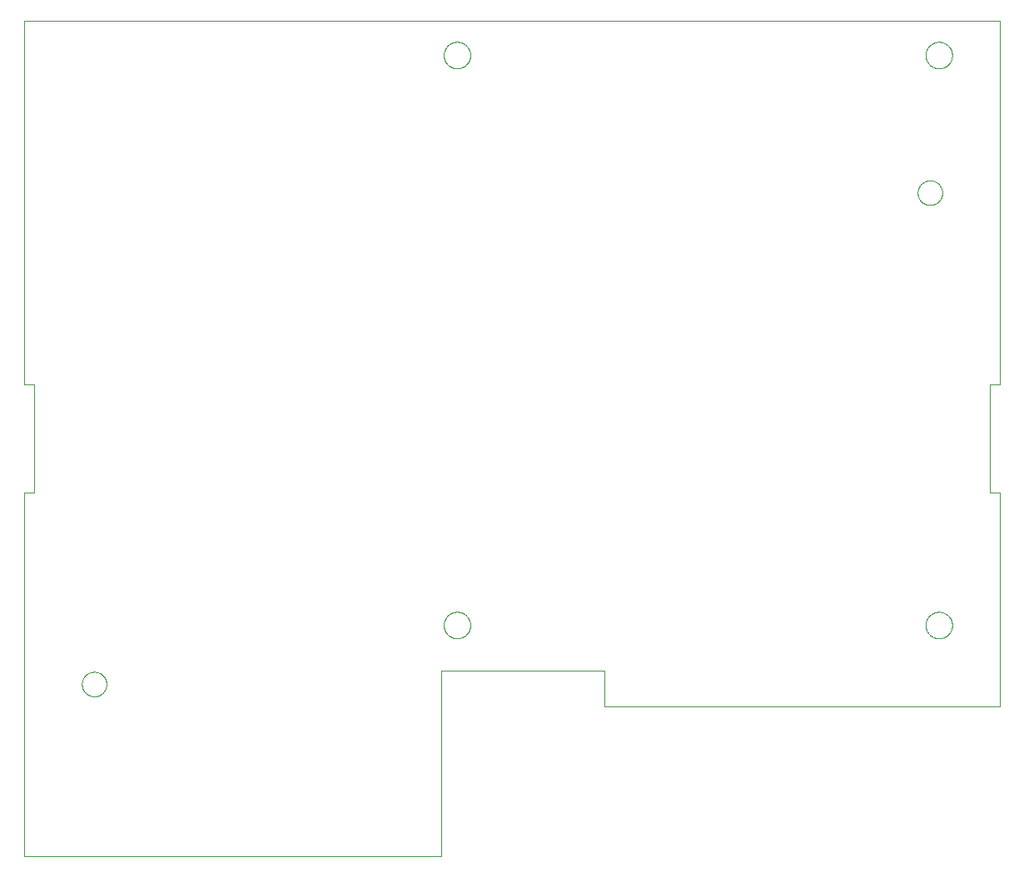
<source format=gtp>
G75*
%MOIN*%
%OFA0B0*%
%FSLAX25Y25*%
%IPPOS*%
%LPD*%
%AMOC8*
5,1,8,0,0,1.08239X$1,22.5*
%
%ADD10C,0.00000*%
D10*
X0013297Y0027187D02*
X0013297Y0172857D01*
X0017234Y0172857D01*
X0017234Y0216164D01*
X0013297Y0216164D01*
X0013297Y0361833D01*
X0403848Y0361833D01*
X0403848Y0216164D01*
X0399911Y0216164D01*
X0399911Y0172857D01*
X0403848Y0172857D01*
X0403848Y0087030D01*
X0245600Y0087030D01*
X0245600Y0101400D01*
X0180226Y0101400D01*
X0180226Y0027187D01*
X0013297Y0027187D01*
X0036328Y0096085D02*
X0036330Y0096225D01*
X0036336Y0096365D01*
X0036346Y0096504D01*
X0036360Y0096643D01*
X0036378Y0096782D01*
X0036399Y0096920D01*
X0036425Y0097058D01*
X0036455Y0097195D01*
X0036488Y0097330D01*
X0036526Y0097465D01*
X0036567Y0097599D01*
X0036612Y0097732D01*
X0036660Y0097863D01*
X0036713Y0097992D01*
X0036769Y0098121D01*
X0036828Y0098247D01*
X0036892Y0098372D01*
X0036958Y0098495D01*
X0037029Y0098616D01*
X0037102Y0098735D01*
X0037179Y0098852D01*
X0037260Y0098966D01*
X0037343Y0099078D01*
X0037430Y0099188D01*
X0037520Y0099296D01*
X0037612Y0099400D01*
X0037708Y0099502D01*
X0037807Y0099602D01*
X0037908Y0099698D01*
X0038012Y0099792D01*
X0038119Y0099882D01*
X0038228Y0099969D01*
X0038340Y0100054D01*
X0038454Y0100135D01*
X0038570Y0100213D01*
X0038688Y0100287D01*
X0038809Y0100358D01*
X0038931Y0100426D01*
X0039056Y0100490D01*
X0039182Y0100551D01*
X0039309Y0100608D01*
X0039439Y0100661D01*
X0039570Y0100711D01*
X0039702Y0100756D01*
X0039835Y0100799D01*
X0039970Y0100837D01*
X0040105Y0100871D01*
X0040242Y0100902D01*
X0040379Y0100929D01*
X0040517Y0100951D01*
X0040656Y0100970D01*
X0040795Y0100985D01*
X0040934Y0100996D01*
X0041074Y0101003D01*
X0041214Y0101006D01*
X0041354Y0101005D01*
X0041494Y0101000D01*
X0041633Y0100991D01*
X0041773Y0100978D01*
X0041912Y0100961D01*
X0042050Y0100940D01*
X0042188Y0100916D01*
X0042325Y0100887D01*
X0042461Y0100855D01*
X0042596Y0100818D01*
X0042730Y0100778D01*
X0042863Y0100734D01*
X0042994Y0100686D01*
X0043124Y0100635D01*
X0043253Y0100580D01*
X0043380Y0100521D01*
X0043505Y0100458D01*
X0043628Y0100393D01*
X0043750Y0100323D01*
X0043869Y0100250D01*
X0043987Y0100174D01*
X0044102Y0100095D01*
X0044215Y0100012D01*
X0044325Y0099926D01*
X0044433Y0099837D01*
X0044538Y0099745D01*
X0044641Y0099650D01*
X0044741Y0099552D01*
X0044838Y0099452D01*
X0044932Y0099348D01*
X0045024Y0099242D01*
X0045112Y0099134D01*
X0045197Y0099023D01*
X0045279Y0098909D01*
X0045358Y0098793D01*
X0045433Y0098676D01*
X0045505Y0098556D01*
X0045573Y0098434D01*
X0045638Y0098310D01*
X0045700Y0098184D01*
X0045758Y0098057D01*
X0045812Y0097928D01*
X0045863Y0097797D01*
X0045909Y0097665D01*
X0045952Y0097532D01*
X0045992Y0097398D01*
X0046027Y0097263D01*
X0046059Y0097126D01*
X0046086Y0096989D01*
X0046110Y0096851D01*
X0046130Y0096713D01*
X0046146Y0096574D01*
X0046158Y0096434D01*
X0046166Y0096295D01*
X0046170Y0096155D01*
X0046170Y0096015D01*
X0046166Y0095875D01*
X0046158Y0095736D01*
X0046146Y0095596D01*
X0046130Y0095457D01*
X0046110Y0095319D01*
X0046086Y0095181D01*
X0046059Y0095044D01*
X0046027Y0094907D01*
X0045992Y0094772D01*
X0045952Y0094638D01*
X0045909Y0094505D01*
X0045863Y0094373D01*
X0045812Y0094242D01*
X0045758Y0094113D01*
X0045700Y0093986D01*
X0045638Y0093860D01*
X0045573Y0093736D01*
X0045505Y0093614D01*
X0045433Y0093494D01*
X0045358Y0093377D01*
X0045279Y0093261D01*
X0045197Y0093147D01*
X0045112Y0093036D01*
X0045024Y0092928D01*
X0044932Y0092822D01*
X0044838Y0092718D01*
X0044741Y0092618D01*
X0044641Y0092520D01*
X0044538Y0092425D01*
X0044433Y0092333D01*
X0044325Y0092244D01*
X0044215Y0092158D01*
X0044102Y0092075D01*
X0043987Y0091996D01*
X0043869Y0091920D01*
X0043750Y0091847D01*
X0043628Y0091777D01*
X0043505Y0091712D01*
X0043380Y0091649D01*
X0043253Y0091590D01*
X0043124Y0091535D01*
X0042994Y0091484D01*
X0042863Y0091436D01*
X0042730Y0091392D01*
X0042596Y0091352D01*
X0042461Y0091315D01*
X0042325Y0091283D01*
X0042188Y0091254D01*
X0042050Y0091230D01*
X0041912Y0091209D01*
X0041773Y0091192D01*
X0041633Y0091179D01*
X0041494Y0091170D01*
X0041354Y0091165D01*
X0041214Y0091164D01*
X0041074Y0091167D01*
X0040934Y0091174D01*
X0040795Y0091185D01*
X0040656Y0091200D01*
X0040517Y0091219D01*
X0040379Y0091241D01*
X0040242Y0091268D01*
X0040105Y0091299D01*
X0039970Y0091333D01*
X0039835Y0091371D01*
X0039702Y0091414D01*
X0039570Y0091459D01*
X0039439Y0091509D01*
X0039309Y0091562D01*
X0039182Y0091619D01*
X0039056Y0091680D01*
X0038931Y0091744D01*
X0038809Y0091812D01*
X0038688Y0091883D01*
X0038570Y0091957D01*
X0038454Y0092035D01*
X0038340Y0092116D01*
X0038228Y0092201D01*
X0038119Y0092288D01*
X0038012Y0092378D01*
X0037908Y0092472D01*
X0037807Y0092568D01*
X0037708Y0092668D01*
X0037612Y0092770D01*
X0037520Y0092874D01*
X0037430Y0092982D01*
X0037343Y0093092D01*
X0037260Y0093204D01*
X0037179Y0093318D01*
X0037102Y0093435D01*
X0037029Y0093554D01*
X0036958Y0093675D01*
X0036892Y0093798D01*
X0036828Y0093923D01*
X0036769Y0094049D01*
X0036713Y0094178D01*
X0036660Y0094307D01*
X0036612Y0094438D01*
X0036567Y0094571D01*
X0036526Y0094705D01*
X0036488Y0094840D01*
X0036455Y0094975D01*
X0036425Y0095112D01*
X0036399Y0095250D01*
X0036378Y0095388D01*
X0036360Y0095527D01*
X0036346Y0095666D01*
X0036336Y0095805D01*
X0036330Y0095945D01*
X0036328Y0096085D01*
X0181210Y0119707D02*
X0181212Y0119852D01*
X0181218Y0119997D01*
X0181228Y0120142D01*
X0181242Y0120287D01*
X0181260Y0120431D01*
X0181281Y0120574D01*
X0181307Y0120717D01*
X0181336Y0120859D01*
X0181370Y0121001D01*
X0181407Y0121141D01*
X0181448Y0121280D01*
X0181493Y0121418D01*
X0181542Y0121555D01*
X0181594Y0121691D01*
X0181650Y0121825D01*
X0181710Y0121957D01*
X0181773Y0122088D01*
X0181840Y0122216D01*
X0181910Y0122344D01*
X0181984Y0122469D01*
X0182061Y0122592D01*
X0182141Y0122712D01*
X0182225Y0122831D01*
X0182312Y0122947D01*
X0182402Y0123061D01*
X0182495Y0123173D01*
X0182591Y0123281D01*
X0182691Y0123387D01*
X0182792Y0123491D01*
X0182897Y0123591D01*
X0183005Y0123689D01*
X0183115Y0123784D01*
X0183227Y0123875D01*
X0183342Y0123964D01*
X0183460Y0124049D01*
X0183580Y0124131D01*
X0183702Y0124210D01*
X0183826Y0124286D01*
X0183952Y0124358D01*
X0184080Y0124426D01*
X0184210Y0124491D01*
X0184341Y0124553D01*
X0184474Y0124610D01*
X0184609Y0124665D01*
X0184745Y0124715D01*
X0184883Y0124762D01*
X0185021Y0124805D01*
X0185161Y0124844D01*
X0185302Y0124879D01*
X0185444Y0124911D01*
X0185586Y0124938D01*
X0185729Y0124962D01*
X0185873Y0124982D01*
X0186018Y0124998D01*
X0186162Y0125010D01*
X0186307Y0125018D01*
X0186452Y0125022D01*
X0186598Y0125022D01*
X0186743Y0125018D01*
X0186888Y0125010D01*
X0187032Y0124998D01*
X0187177Y0124982D01*
X0187321Y0124962D01*
X0187464Y0124938D01*
X0187606Y0124911D01*
X0187748Y0124879D01*
X0187889Y0124844D01*
X0188029Y0124805D01*
X0188167Y0124762D01*
X0188305Y0124715D01*
X0188441Y0124665D01*
X0188576Y0124610D01*
X0188709Y0124553D01*
X0188840Y0124491D01*
X0188970Y0124426D01*
X0189098Y0124358D01*
X0189224Y0124286D01*
X0189348Y0124210D01*
X0189470Y0124131D01*
X0189590Y0124049D01*
X0189708Y0123964D01*
X0189823Y0123875D01*
X0189935Y0123784D01*
X0190045Y0123689D01*
X0190153Y0123591D01*
X0190258Y0123491D01*
X0190359Y0123387D01*
X0190459Y0123281D01*
X0190555Y0123173D01*
X0190648Y0123061D01*
X0190738Y0122947D01*
X0190825Y0122831D01*
X0190909Y0122712D01*
X0190989Y0122592D01*
X0191066Y0122469D01*
X0191140Y0122344D01*
X0191210Y0122216D01*
X0191277Y0122088D01*
X0191340Y0121957D01*
X0191400Y0121825D01*
X0191456Y0121691D01*
X0191508Y0121555D01*
X0191557Y0121418D01*
X0191602Y0121280D01*
X0191643Y0121141D01*
X0191680Y0121001D01*
X0191714Y0120859D01*
X0191743Y0120717D01*
X0191769Y0120574D01*
X0191790Y0120431D01*
X0191808Y0120287D01*
X0191822Y0120142D01*
X0191832Y0119997D01*
X0191838Y0119852D01*
X0191840Y0119707D01*
X0191838Y0119562D01*
X0191832Y0119417D01*
X0191822Y0119272D01*
X0191808Y0119127D01*
X0191790Y0118983D01*
X0191769Y0118840D01*
X0191743Y0118697D01*
X0191714Y0118555D01*
X0191680Y0118413D01*
X0191643Y0118273D01*
X0191602Y0118134D01*
X0191557Y0117996D01*
X0191508Y0117859D01*
X0191456Y0117723D01*
X0191400Y0117589D01*
X0191340Y0117457D01*
X0191277Y0117326D01*
X0191210Y0117198D01*
X0191140Y0117070D01*
X0191066Y0116945D01*
X0190989Y0116822D01*
X0190909Y0116702D01*
X0190825Y0116583D01*
X0190738Y0116467D01*
X0190648Y0116353D01*
X0190555Y0116241D01*
X0190459Y0116133D01*
X0190359Y0116027D01*
X0190258Y0115923D01*
X0190153Y0115823D01*
X0190045Y0115725D01*
X0189935Y0115630D01*
X0189823Y0115539D01*
X0189708Y0115450D01*
X0189590Y0115365D01*
X0189470Y0115283D01*
X0189348Y0115204D01*
X0189224Y0115128D01*
X0189098Y0115056D01*
X0188970Y0114988D01*
X0188840Y0114923D01*
X0188709Y0114861D01*
X0188576Y0114804D01*
X0188441Y0114749D01*
X0188305Y0114699D01*
X0188167Y0114652D01*
X0188029Y0114609D01*
X0187889Y0114570D01*
X0187748Y0114535D01*
X0187606Y0114503D01*
X0187464Y0114476D01*
X0187321Y0114452D01*
X0187177Y0114432D01*
X0187032Y0114416D01*
X0186888Y0114404D01*
X0186743Y0114396D01*
X0186598Y0114392D01*
X0186452Y0114392D01*
X0186307Y0114396D01*
X0186162Y0114404D01*
X0186018Y0114416D01*
X0185873Y0114432D01*
X0185729Y0114452D01*
X0185586Y0114476D01*
X0185444Y0114503D01*
X0185302Y0114535D01*
X0185161Y0114570D01*
X0185021Y0114609D01*
X0184883Y0114652D01*
X0184745Y0114699D01*
X0184609Y0114749D01*
X0184474Y0114804D01*
X0184341Y0114861D01*
X0184210Y0114923D01*
X0184080Y0114988D01*
X0183952Y0115056D01*
X0183826Y0115128D01*
X0183702Y0115204D01*
X0183580Y0115283D01*
X0183460Y0115365D01*
X0183342Y0115450D01*
X0183227Y0115539D01*
X0183115Y0115630D01*
X0183005Y0115725D01*
X0182897Y0115823D01*
X0182792Y0115923D01*
X0182691Y0116027D01*
X0182591Y0116133D01*
X0182495Y0116241D01*
X0182402Y0116353D01*
X0182312Y0116467D01*
X0182225Y0116583D01*
X0182141Y0116702D01*
X0182061Y0116822D01*
X0181984Y0116945D01*
X0181910Y0117070D01*
X0181840Y0117198D01*
X0181773Y0117326D01*
X0181710Y0117457D01*
X0181650Y0117589D01*
X0181594Y0117723D01*
X0181542Y0117859D01*
X0181493Y0117996D01*
X0181448Y0118134D01*
X0181407Y0118273D01*
X0181370Y0118413D01*
X0181336Y0118555D01*
X0181307Y0118697D01*
X0181281Y0118840D01*
X0181260Y0118983D01*
X0181242Y0119127D01*
X0181228Y0119272D01*
X0181218Y0119417D01*
X0181212Y0119562D01*
X0181210Y0119707D01*
X0370974Y0292935D02*
X0370976Y0293075D01*
X0370982Y0293215D01*
X0370992Y0293354D01*
X0371006Y0293493D01*
X0371024Y0293632D01*
X0371045Y0293770D01*
X0371071Y0293908D01*
X0371101Y0294045D01*
X0371134Y0294180D01*
X0371172Y0294315D01*
X0371213Y0294449D01*
X0371258Y0294582D01*
X0371306Y0294713D01*
X0371359Y0294842D01*
X0371415Y0294971D01*
X0371474Y0295097D01*
X0371538Y0295222D01*
X0371604Y0295345D01*
X0371675Y0295466D01*
X0371748Y0295585D01*
X0371825Y0295702D01*
X0371906Y0295816D01*
X0371989Y0295928D01*
X0372076Y0296038D01*
X0372166Y0296146D01*
X0372258Y0296250D01*
X0372354Y0296352D01*
X0372453Y0296452D01*
X0372554Y0296548D01*
X0372658Y0296642D01*
X0372765Y0296732D01*
X0372874Y0296819D01*
X0372986Y0296904D01*
X0373100Y0296985D01*
X0373216Y0297063D01*
X0373334Y0297137D01*
X0373455Y0297208D01*
X0373577Y0297276D01*
X0373702Y0297340D01*
X0373828Y0297401D01*
X0373955Y0297458D01*
X0374085Y0297511D01*
X0374216Y0297561D01*
X0374348Y0297606D01*
X0374481Y0297649D01*
X0374616Y0297687D01*
X0374751Y0297721D01*
X0374888Y0297752D01*
X0375025Y0297779D01*
X0375163Y0297801D01*
X0375302Y0297820D01*
X0375441Y0297835D01*
X0375580Y0297846D01*
X0375720Y0297853D01*
X0375860Y0297856D01*
X0376000Y0297855D01*
X0376140Y0297850D01*
X0376279Y0297841D01*
X0376419Y0297828D01*
X0376558Y0297811D01*
X0376696Y0297790D01*
X0376834Y0297766D01*
X0376971Y0297737D01*
X0377107Y0297705D01*
X0377242Y0297668D01*
X0377376Y0297628D01*
X0377509Y0297584D01*
X0377640Y0297536D01*
X0377770Y0297485D01*
X0377899Y0297430D01*
X0378026Y0297371D01*
X0378151Y0297308D01*
X0378274Y0297243D01*
X0378396Y0297173D01*
X0378515Y0297100D01*
X0378633Y0297024D01*
X0378748Y0296945D01*
X0378861Y0296862D01*
X0378971Y0296776D01*
X0379079Y0296687D01*
X0379184Y0296595D01*
X0379287Y0296500D01*
X0379387Y0296402D01*
X0379484Y0296302D01*
X0379578Y0296198D01*
X0379670Y0296092D01*
X0379758Y0295984D01*
X0379843Y0295873D01*
X0379925Y0295759D01*
X0380004Y0295643D01*
X0380079Y0295526D01*
X0380151Y0295406D01*
X0380219Y0295284D01*
X0380284Y0295160D01*
X0380346Y0295034D01*
X0380404Y0294907D01*
X0380458Y0294778D01*
X0380509Y0294647D01*
X0380555Y0294515D01*
X0380598Y0294382D01*
X0380638Y0294248D01*
X0380673Y0294113D01*
X0380705Y0293976D01*
X0380732Y0293839D01*
X0380756Y0293701D01*
X0380776Y0293563D01*
X0380792Y0293424D01*
X0380804Y0293284D01*
X0380812Y0293145D01*
X0380816Y0293005D01*
X0380816Y0292865D01*
X0380812Y0292725D01*
X0380804Y0292586D01*
X0380792Y0292446D01*
X0380776Y0292307D01*
X0380756Y0292169D01*
X0380732Y0292031D01*
X0380705Y0291894D01*
X0380673Y0291757D01*
X0380638Y0291622D01*
X0380598Y0291488D01*
X0380555Y0291355D01*
X0380509Y0291223D01*
X0380458Y0291092D01*
X0380404Y0290963D01*
X0380346Y0290836D01*
X0380284Y0290710D01*
X0380219Y0290586D01*
X0380151Y0290464D01*
X0380079Y0290344D01*
X0380004Y0290227D01*
X0379925Y0290111D01*
X0379843Y0289997D01*
X0379758Y0289886D01*
X0379670Y0289778D01*
X0379578Y0289672D01*
X0379484Y0289568D01*
X0379387Y0289468D01*
X0379287Y0289370D01*
X0379184Y0289275D01*
X0379079Y0289183D01*
X0378971Y0289094D01*
X0378861Y0289008D01*
X0378748Y0288925D01*
X0378633Y0288846D01*
X0378515Y0288770D01*
X0378396Y0288697D01*
X0378274Y0288627D01*
X0378151Y0288562D01*
X0378026Y0288499D01*
X0377899Y0288440D01*
X0377770Y0288385D01*
X0377640Y0288334D01*
X0377509Y0288286D01*
X0377376Y0288242D01*
X0377242Y0288202D01*
X0377107Y0288165D01*
X0376971Y0288133D01*
X0376834Y0288104D01*
X0376696Y0288080D01*
X0376558Y0288059D01*
X0376419Y0288042D01*
X0376279Y0288029D01*
X0376140Y0288020D01*
X0376000Y0288015D01*
X0375860Y0288014D01*
X0375720Y0288017D01*
X0375580Y0288024D01*
X0375441Y0288035D01*
X0375302Y0288050D01*
X0375163Y0288069D01*
X0375025Y0288091D01*
X0374888Y0288118D01*
X0374751Y0288149D01*
X0374616Y0288183D01*
X0374481Y0288221D01*
X0374348Y0288264D01*
X0374216Y0288309D01*
X0374085Y0288359D01*
X0373955Y0288412D01*
X0373828Y0288469D01*
X0373702Y0288530D01*
X0373577Y0288594D01*
X0373455Y0288662D01*
X0373334Y0288733D01*
X0373216Y0288807D01*
X0373100Y0288885D01*
X0372986Y0288966D01*
X0372874Y0289051D01*
X0372765Y0289138D01*
X0372658Y0289228D01*
X0372554Y0289322D01*
X0372453Y0289418D01*
X0372354Y0289518D01*
X0372258Y0289620D01*
X0372166Y0289724D01*
X0372076Y0289832D01*
X0371989Y0289942D01*
X0371906Y0290054D01*
X0371825Y0290168D01*
X0371748Y0290285D01*
X0371675Y0290404D01*
X0371604Y0290525D01*
X0371538Y0290648D01*
X0371474Y0290773D01*
X0371415Y0290899D01*
X0371359Y0291028D01*
X0371306Y0291157D01*
X0371258Y0291288D01*
X0371213Y0291421D01*
X0371172Y0291555D01*
X0371134Y0291690D01*
X0371101Y0291825D01*
X0371071Y0291962D01*
X0371045Y0292100D01*
X0371024Y0292238D01*
X0371006Y0292377D01*
X0370992Y0292516D01*
X0370982Y0292655D01*
X0370976Y0292795D01*
X0370974Y0292935D01*
X0374123Y0348054D02*
X0374125Y0348199D01*
X0374131Y0348344D01*
X0374141Y0348489D01*
X0374155Y0348634D01*
X0374173Y0348778D01*
X0374194Y0348921D01*
X0374220Y0349064D01*
X0374249Y0349206D01*
X0374283Y0349348D01*
X0374320Y0349488D01*
X0374361Y0349627D01*
X0374406Y0349765D01*
X0374455Y0349902D01*
X0374507Y0350038D01*
X0374563Y0350172D01*
X0374623Y0350304D01*
X0374686Y0350435D01*
X0374753Y0350563D01*
X0374823Y0350691D01*
X0374897Y0350816D01*
X0374974Y0350939D01*
X0375054Y0351059D01*
X0375138Y0351178D01*
X0375225Y0351294D01*
X0375315Y0351408D01*
X0375408Y0351520D01*
X0375504Y0351628D01*
X0375604Y0351734D01*
X0375705Y0351838D01*
X0375810Y0351938D01*
X0375918Y0352036D01*
X0376028Y0352131D01*
X0376140Y0352222D01*
X0376255Y0352311D01*
X0376373Y0352396D01*
X0376493Y0352478D01*
X0376615Y0352557D01*
X0376739Y0352633D01*
X0376865Y0352705D01*
X0376993Y0352773D01*
X0377123Y0352838D01*
X0377254Y0352900D01*
X0377387Y0352957D01*
X0377522Y0353012D01*
X0377658Y0353062D01*
X0377796Y0353109D01*
X0377934Y0353152D01*
X0378074Y0353191D01*
X0378215Y0353226D01*
X0378357Y0353258D01*
X0378499Y0353285D01*
X0378642Y0353309D01*
X0378786Y0353329D01*
X0378931Y0353345D01*
X0379075Y0353357D01*
X0379220Y0353365D01*
X0379365Y0353369D01*
X0379511Y0353369D01*
X0379656Y0353365D01*
X0379801Y0353357D01*
X0379945Y0353345D01*
X0380090Y0353329D01*
X0380234Y0353309D01*
X0380377Y0353285D01*
X0380519Y0353258D01*
X0380661Y0353226D01*
X0380802Y0353191D01*
X0380942Y0353152D01*
X0381080Y0353109D01*
X0381218Y0353062D01*
X0381354Y0353012D01*
X0381489Y0352957D01*
X0381622Y0352900D01*
X0381753Y0352838D01*
X0381883Y0352773D01*
X0382011Y0352705D01*
X0382137Y0352633D01*
X0382261Y0352557D01*
X0382383Y0352478D01*
X0382503Y0352396D01*
X0382621Y0352311D01*
X0382736Y0352222D01*
X0382848Y0352131D01*
X0382958Y0352036D01*
X0383066Y0351938D01*
X0383171Y0351838D01*
X0383272Y0351734D01*
X0383372Y0351628D01*
X0383468Y0351520D01*
X0383561Y0351408D01*
X0383651Y0351294D01*
X0383738Y0351178D01*
X0383822Y0351059D01*
X0383902Y0350939D01*
X0383979Y0350816D01*
X0384053Y0350691D01*
X0384123Y0350563D01*
X0384190Y0350435D01*
X0384253Y0350304D01*
X0384313Y0350172D01*
X0384369Y0350038D01*
X0384421Y0349902D01*
X0384470Y0349765D01*
X0384515Y0349627D01*
X0384556Y0349488D01*
X0384593Y0349348D01*
X0384627Y0349206D01*
X0384656Y0349064D01*
X0384682Y0348921D01*
X0384703Y0348778D01*
X0384721Y0348634D01*
X0384735Y0348489D01*
X0384745Y0348344D01*
X0384751Y0348199D01*
X0384753Y0348054D01*
X0384751Y0347909D01*
X0384745Y0347764D01*
X0384735Y0347619D01*
X0384721Y0347474D01*
X0384703Y0347330D01*
X0384682Y0347187D01*
X0384656Y0347044D01*
X0384627Y0346902D01*
X0384593Y0346760D01*
X0384556Y0346620D01*
X0384515Y0346481D01*
X0384470Y0346343D01*
X0384421Y0346206D01*
X0384369Y0346070D01*
X0384313Y0345936D01*
X0384253Y0345804D01*
X0384190Y0345673D01*
X0384123Y0345545D01*
X0384053Y0345417D01*
X0383979Y0345292D01*
X0383902Y0345169D01*
X0383822Y0345049D01*
X0383738Y0344930D01*
X0383651Y0344814D01*
X0383561Y0344700D01*
X0383468Y0344588D01*
X0383372Y0344480D01*
X0383272Y0344374D01*
X0383171Y0344270D01*
X0383066Y0344170D01*
X0382958Y0344072D01*
X0382848Y0343977D01*
X0382736Y0343886D01*
X0382621Y0343797D01*
X0382503Y0343712D01*
X0382383Y0343630D01*
X0382261Y0343551D01*
X0382137Y0343475D01*
X0382011Y0343403D01*
X0381883Y0343335D01*
X0381753Y0343270D01*
X0381622Y0343208D01*
X0381489Y0343151D01*
X0381354Y0343096D01*
X0381218Y0343046D01*
X0381080Y0342999D01*
X0380942Y0342956D01*
X0380802Y0342917D01*
X0380661Y0342882D01*
X0380519Y0342850D01*
X0380377Y0342823D01*
X0380234Y0342799D01*
X0380090Y0342779D01*
X0379945Y0342763D01*
X0379801Y0342751D01*
X0379656Y0342743D01*
X0379511Y0342739D01*
X0379365Y0342739D01*
X0379220Y0342743D01*
X0379075Y0342751D01*
X0378931Y0342763D01*
X0378786Y0342779D01*
X0378642Y0342799D01*
X0378499Y0342823D01*
X0378357Y0342850D01*
X0378215Y0342882D01*
X0378074Y0342917D01*
X0377934Y0342956D01*
X0377796Y0342999D01*
X0377658Y0343046D01*
X0377522Y0343096D01*
X0377387Y0343151D01*
X0377254Y0343208D01*
X0377123Y0343270D01*
X0376993Y0343335D01*
X0376865Y0343403D01*
X0376739Y0343475D01*
X0376615Y0343551D01*
X0376493Y0343630D01*
X0376373Y0343712D01*
X0376255Y0343797D01*
X0376140Y0343886D01*
X0376028Y0343977D01*
X0375918Y0344072D01*
X0375810Y0344170D01*
X0375705Y0344270D01*
X0375604Y0344374D01*
X0375504Y0344480D01*
X0375408Y0344588D01*
X0375315Y0344700D01*
X0375225Y0344814D01*
X0375138Y0344930D01*
X0375054Y0345049D01*
X0374974Y0345169D01*
X0374897Y0345292D01*
X0374823Y0345417D01*
X0374753Y0345545D01*
X0374686Y0345673D01*
X0374623Y0345804D01*
X0374563Y0345936D01*
X0374507Y0346070D01*
X0374455Y0346206D01*
X0374406Y0346343D01*
X0374361Y0346481D01*
X0374320Y0346620D01*
X0374283Y0346760D01*
X0374249Y0346902D01*
X0374220Y0347044D01*
X0374194Y0347187D01*
X0374173Y0347330D01*
X0374155Y0347474D01*
X0374141Y0347619D01*
X0374131Y0347764D01*
X0374125Y0347909D01*
X0374123Y0348054D01*
X0181210Y0348054D02*
X0181212Y0348199D01*
X0181218Y0348344D01*
X0181228Y0348489D01*
X0181242Y0348634D01*
X0181260Y0348778D01*
X0181281Y0348921D01*
X0181307Y0349064D01*
X0181336Y0349206D01*
X0181370Y0349348D01*
X0181407Y0349488D01*
X0181448Y0349627D01*
X0181493Y0349765D01*
X0181542Y0349902D01*
X0181594Y0350038D01*
X0181650Y0350172D01*
X0181710Y0350304D01*
X0181773Y0350435D01*
X0181840Y0350563D01*
X0181910Y0350691D01*
X0181984Y0350816D01*
X0182061Y0350939D01*
X0182141Y0351059D01*
X0182225Y0351178D01*
X0182312Y0351294D01*
X0182402Y0351408D01*
X0182495Y0351520D01*
X0182591Y0351628D01*
X0182691Y0351734D01*
X0182792Y0351838D01*
X0182897Y0351938D01*
X0183005Y0352036D01*
X0183115Y0352131D01*
X0183227Y0352222D01*
X0183342Y0352311D01*
X0183460Y0352396D01*
X0183580Y0352478D01*
X0183702Y0352557D01*
X0183826Y0352633D01*
X0183952Y0352705D01*
X0184080Y0352773D01*
X0184210Y0352838D01*
X0184341Y0352900D01*
X0184474Y0352957D01*
X0184609Y0353012D01*
X0184745Y0353062D01*
X0184883Y0353109D01*
X0185021Y0353152D01*
X0185161Y0353191D01*
X0185302Y0353226D01*
X0185444Y0353258D01*
X0185586Y0353285D01*
X0185729Y0353309D01*
X0185873Y0353329D01*
X0186018Y0353345D01*
X0186162Y0353357D01*
X0186307Y0353365D01*
X0186452Y0353369D01*
X0186598Y0353369D01*
X0186743Y0353365D01*
X0186888Y0353357D01*
X0187032Y0353345D01*
X0187177Y0353329D01*
X0187321Y0353309D01*
X0187464Y0353285D01*
X0187606Y0353258D01*
X0187748Y0353226D01*
X0187889Y0353191D01*
X0188029Y0353152D01*
X0188167Y0353109D01*
X0188305Y0353062D01*
X0188441Y0353012D01*
X0188576Y0352957D01*
X0188709Y0352900D01*
X0188840Y0352838D01*
X0188970Y0352773D01*
X0189098Y0352705D01*
X0189224Y0352633D01*
X0189348Y0352557D01*
X0189470Y0352478D01*
X0189590Y0352396D01*
X0189708Y0352311D01*
X0189823Y0352222D01*
X0189935Y0352131D01*
X0190045Y0352036D01*
X0190153Y0351938D01*
X0190258Y0351838D01*
X0190359Y0351734D01*
X0190459Y0351628D01*
X0190555Y0351520D01*
X0190648Y0351408D01*
X0190738Y0351294D01*
X0190825Y0351178D01*
X0190909Y0351059D01*
X0190989Y0350939D01*
X0191066Y0350816D01*
X0191140Y0350691D01*
X0191210Y0350563D01*
X0191277Y0350435D01*
X0191340Y0350304D01*
X0191400Y0350172D01*
X0191456Y0350038D01*
X0191508Y0349902D01*
X0191557Y0349765D01*
X0191602Y0349627D01*
X0191643Y0349488D01*
X0191680Y0349348D01*
X0191714Y0349206D01*
X0191743Y0349064D01*
X0191769Y0348921D01*
X0191790Y0348778D01*
X0191808Y0348634D01*
X0191822Y0348489D01*
X0191832Y0348344D01*
X0191838Y0348199D01*
X0191840Y0348054D01*
X0191838Y0347909D01*
X0191832Y0347764D01*
X0191822Y0347619D01*
X0191808Y0347474D01*
X0191790Y0347330D01*
X0191769Y0347187D01*
X0191743Y0347044D01*
X0191714Y0346902D01*
X0191680Y0346760D01*
X0191643Y0346620D01*
X0191602Y0346481D01*
X0191557Y0346343D01*
X0191508Y0346206D01*
X0191456Y0346070D01*
X0191400Y0345936D01*
X0191340Y0345804D01*
X0191277Y0345673D01*
X0191210Y0345545D01*
X0191140Y0345417D01*
X0191066Y0345292D01*
X0190989Y0345169D01*
X0190909Y0345049D01*
X0190825Y0344930D01*
X0190738Y0344814D01*
X0190648Y0344700D01*
X0190555Y0344588D01*
X0190459Y0344480D01*
X0190359Y0344374D01*
X0190258Y0344270D01*
X0190153Y0344170D01*
X0190045Y0344072D01*
X0189935Y0343977D01*
X0189823Y0343886D01*
X0189708Y0343797D01*
X0189590Y0343712D01*
X0189470Y0343630D01*
X0189348Y0343551D01*
X0189224Y0343475D01*
X0189098Y0343403D01*
X0188970Y0343335D01*
X0188840Y0343270D01*
X0188709Y0343208D01*
X0188576Y0343151D01*
X0188441Y0343096D01*
X0188305Y0343046D01*
X0188167Y0342999D01*
X0188029Y0342956D01*
X0187889Y0342917D01*
X0187748Y0342882D01*
X0187606Y0342850D01*
X0187464Y0342823D01*
X0187321Y0342799D01*
X0187177Y0342779D01*
X0187032Y0342763D01*
X0186888Y0342751D01*
X0186743Y0342743D01*
X0186598Y0342739D01*
X0186452Y0342739D01*
X0186307Y0342743D01*
X0186162Y0342751D01*
X0186018Y0342763D01*
X0185873Y0342779D01*
X0185729Y0342799D01*
X0185586Y0342823D01*
X0185444Y0342850D01*
X0185302Y0342882D01*
X0185161Y0342917D01*
X0185021Y0342956D01*
X0184883Y0342999D01*
X0184745Y0343046D01*
X0184609Y0343096D01*
X0184474Y0343151D01*
X0184341Y0343208D01*
X0184210Y0343270D01*
X0184080Y0343335D01*
X0183952Y0343403D01*
X0183826Y0343475D01*
X0183702Y0343551D01*
X0183580Y0343630D01*
X0183460Y0343712D01*
X0183342Y0343797D01*
X0183227Y0343886D01*
X0183115Y0343977D01*
X0183005Y0344072D01*
X0182897Y0344170D01*
X0182792Y0344270D01*
X0182691Y0344374D01*
X0182591Y0344480D01*
X0182495Y0344588D01*
X0182402Y0344700D01*
X0182312Y0344814D01*
X0182225Y0344930D01*
X0182141Y0345049D01*
X0182061Y0345169D01*
X0181984Y0345292D01*
X0181910Y0345417D01*
X0181840Y0345545D01*
X0181773Y0345673D01*
X0181710Y0345804D01*
X0181650Y0345936D01*
X0181594Y0346070D01*
X0181542Y0346206D01*
X0181493Y0346343D01*
X0181448Y0346481D01*
X0181407Y0346620D01*
X0181370Y0346760D01*
X0181336Y0346902D01*
X0181307Y0347044D01*
X0181281Y0347187D01*
X0181260Y0347330D01*
X0181242Y0347474D01*
X0181228Y0347619D01*
X0181218Y0347764D01*
X0181212Y0347909D01*
X0181210Y0348054D01*
X0374123Y0119707D02*
X0374125Y0119852D01*
X0374131Y0119997D01*
X0374141Y0120142D01*
X0374155Y0120287D01*
X0374173Y0120431D01*
X0374194Y0120574D01*
X0374220Y0120717D01*
X0374249Y0120859D01*
X0374283Y0121001D01*
X0374320Y0121141D01*
X0374361Y0121280D01*
X0374406Y0121418D01*
X0374455Y0121555D01*
X0374507Y0121691D01*
X0374563Y0121825D01*
X0374623Y0121957D01*
X0374686Y0122088D01*
X0374753Y0122216D01*
X0374823Y0122344D01*
X0374897Y0122469D01*
X0374974Y0122592D01*
X0375054Y0122712D01*
X0375138Y0122831D01*
X0375225Y0122947D01*
X0375315Y0123061D01*
X0375408Y0123173D01*
X0375504Y0123281D01*
X0375604Y0123387D01*
X0375705Y0123491D01*
X0375810Y0123591D01*
X0375918Y0123689D01*
X0376028Y0123784D01*
X0376140Y0123875D01*
X0376255Y0123964D01*
X0376373Y0124049D01*
X0376493Y0124131D01*
X0376615Y0124210D01*
X0376739Y0124286D01*
X0376865Y0124358D01*
X0376993Y0124426D01*
X0377123Y0124491D01*
X0377254Y0124553D01*
X0377387Y0124610D01*
X0377522Y0124665D01*
X0377658Y0124715D01*
X0377796Y0124762D01*
X0377934Y0124805D01*
X0378074Y0124844D01*
X0378215Y0124879D01*
X0378357Y0124911D01*
X0378499Y0124938D01*
X0378642Y0124962D01*
X0378786Y0124982D01*
X0378931Y0124998D01*
X0379075Y0125010D01*
X0379220Y0125018D01*
X0379365Y0125022D01*
X0379511Y0125022D01*
X0379656Y0125018D01*
X0379801Y0125010D01*
X0379945Y0124998D01*
X0380090Y0124982D01*
X0380234Y0124962D01*
X0380377Y0124938D01*
X0380519Y0124911D01*
X0380661Y0124879D01*
X0380802Y0124844D01*
X0380942Y0124805D01*
X0381080Y0124762D01*
X0381218Y0124715D01*
X0381354Y0124665D01*
X0381489Y0124610D01*
X0381622Y0124553D01*
X0381753Y0124491D01*
X0381883Y0124426D01*
X0382011Y0124358D01*
X0382137Y0124286D01*
X0382261Y0124210D01*
X0382383Y0124131D01*
X0382503Y0124049D01*
X0382621Y0123964D01*
X0382736Y0123875D01*
X0382848Y0123784D01*
X0382958Y0123689D01*
X0383066Y0123591D01*
X0383171Y0123491D01*
X0383272Y0123387D01*
X0383372Y0123281D01*
X0383468Y0123173D01*
X0383561Y0123061D01*
X0383651Y0122947D01*
X0383738Y0122831D01*
X0383822Y0122712D01*
X0383902Y0122592D01*
X0383979Y0122469D01*
X0384053Y0122344D01*
X0384123Y0122216D01*
X0384190Y0122088D01*
X0384253Y0121957D01*
X0384313Y0121825D01*
X0384369Y0121691D01*
X0384421Y0121555D01*
X0384470Y0121418D01*
X0384515Y0121280D01*
X0384556Y0121141D01*
X0384593Y0121001D01*
X0384627Y0120859D01*
X0384656Y0120717D01*
X0384682Y0120574D01*
X0384703Y0120431D01*
X0384721Y0120287D01*
X0384735Y0120142D01*
X0384745Y0119997D01*
X0384751Y0119852D01*
X0384753Y0119707D01*
X0384751Y0119562D01*
X0384745Y0119417D01*
X0384735Y0119272D01*
X0384721Y0119127D01*
X0384703Y0118983D01*
X0384682Y0118840D01*
X0384656Y0118697D01*
X0384627Y0118555D01*
X0384593Y0118413D01*
X0384556Y0118273D01*
X0384515Y0118134D01*
X0384470Y0117996D01*
X0384421Y0117859D01*
X0384369Y0117723D01*
X0384313Y0117589D01*
X0384253Y0117457D01*
X0384190Y0117326D01*
X0384123Y0117198D01*
X0384053Y0117070D01*
X0383979Y0116945D01*
X0383902Y0116822D01*
X0383822Y0116702D01*
X0383738Y0116583D01*
X0383651Y0116467D01*
X0383561Y0116353D01*
X0383468Y0116241D01*
X0383372Y0116133D01*
X0383272Y0116027D01*
X0383171Y0115923D01*
X0383066Y0115823D01*
X0382958Y0115725D01*
X0382848Y0115630D01*
X0382736Y0115539D01*
X0382621Y0115450D01*
X0382503Y0115365D01*
X0382383Y0115283D01*
X0382261Y0115204D01*
X0382137Y0115128D01*
X0382011Y0115056D01*
X0381883Y0114988D01*
X0381753Y0114923D01*
X0381622Y0114861D01*
X0381489Y0114804D01*
X0381354Y0114749D01*
X0381218Y0114699D01*
X0381080Y0114652D01*
X0380942Y0114609D01*
X0380802Y0114570D01*
X0380661Y0114535D01*
X0380519Y0114503D01*
X0380377Y0114476D01*
X0380234Y0114452D01*
X0380090Y0114432D01*
X0379945Y0114416D01*
X0379801Y0114404D01*
X0379656Y0114396D01*
X0379511Y0114392D01*
X0379365Y0114392D01*
X0379220Y0114396D01*
X0379075Y0114404D01*
X0378931Y0114416D01*
X0378786Y0114432D01*
X0378642Y0114452D01*
X0378499Y0114476D01*
X0378357Y0114503D01*
X0378215Y0114535D01*
X0378074Y0114570D01*
X0377934Y0114609D01*
X0377796Y0114652D01*
X0377658Y0114699D01*
X0377522Y0114749D01*
X0377387Y0114804D01*
X0377254Y0114861D01*
X0377123Y0114923D01*
X0376993Y0114988D01*
X0376865Y0115056D01*
X0376739Y0115128D01*
X0376615Y0115204D01*
X0376493Y0115283D01*
X0376373Y0115365D01*
X0376255Y0115450D01*
X0376140Y0115539D01*
X0376028Y0115630D01*
X0375918Y0115725D01*
X0375810Y0115823D01*
X0375705Y0115923D01*
X0375604Y0116027D01*
X0375504Y0116133D01*
X0375408Y0116241D01*
X0375315Y0116353D01*
X0375225Y0116467D01*
X0375138Y0116583D01*
X0375054Y0116702D01*
X0374974Y0116822D01*
X0374897Y0116945D01*
X0374823Y0117070D01*
X0374753Y0117198D01*
X0374686Y0117326D01*
X0374623Y0117457D01*
X0374563Y0117589D01*
X0374507Y0117723D01*
X0374455Y0117859D01*
X0374406Y0117996D01*
X0374361Y0118134D01*
X0374320Y0118273D01*
X0374283Y0118413D01*
X0374249Y0118555D01*
X0374220Y0118697D01*
X0374194Y0118840D01*
X0374173Y0118983D01*
X0374155Y0119127D01*
X0374141Y0119272D01*
X0374131Y0119417D01*
X0374125Y0119562D01*
X0374123Y0119707D01*
M02*

</source>
